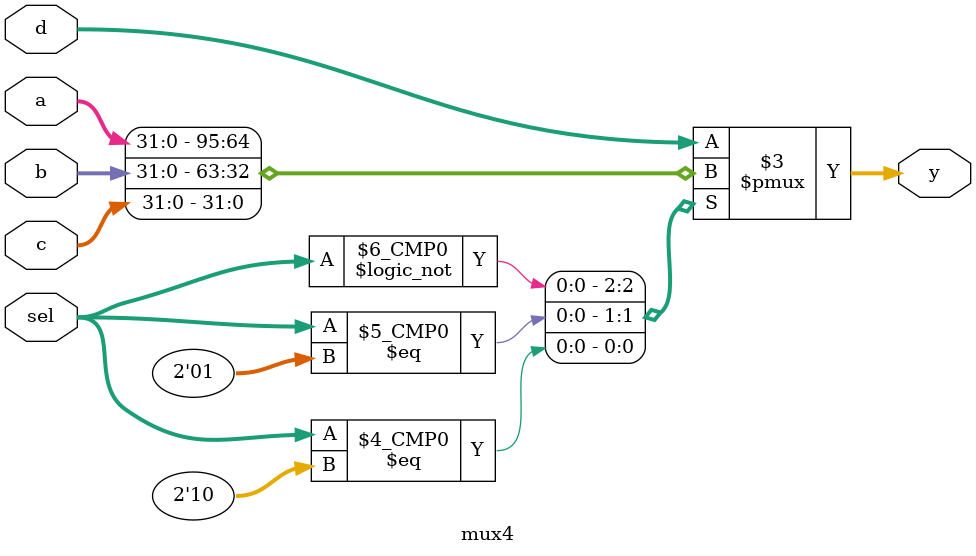
<source format=v>
module mux4 #(parameter WIDTH = 32) (
        input  wire [1:0]       sel,
        input  wire [WIDTH-1:0] a,
        input  wire [WIDTH-1:0] b, 
        input  wire [WIDTH-1:0] c,
        input  wire [WIDTH-1:0] d, 
        output reg [WIDTH-1:0] y
    );
    
    always @ (*)
    begin
    case(sel)
        2'b00: y = a;
        2'b01: y = b;
        2'b10: y = c;
        default: y = d;
    endcase
    end
    
endmodule

</source>
